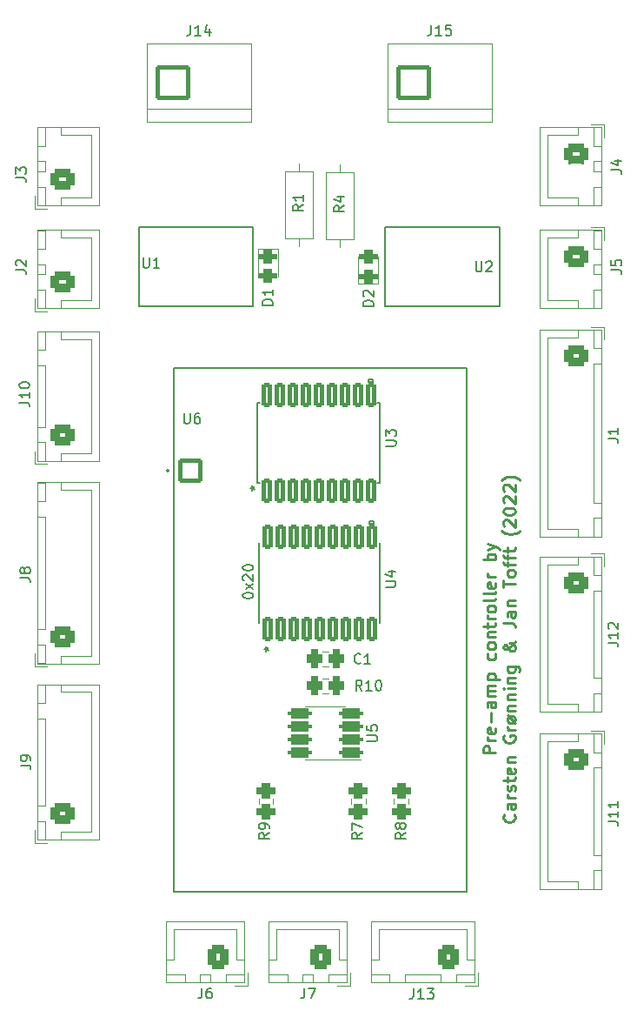
<source format=gto>
G04 #@! TF.GenerationSoftware,KiCad,Pcbnew,(6.0.4-0)*
G04 #@! TF.CreationDate,2022-08-24T21:25:05+02:00*
G04 #@! TF.ProjectId,Mezmerize_B1_Controller,4d657a6d-6572-4697-9a65-5f42315f436f,rev?*
G04 #@! TF.SameCoordinates,Original*
G04 #@! TF.FileFunction,Legend,Top*
G04 #@! TF.FilePolarity,Positive*
%FSLAX46Y46*%
G04 Gerber Fmt 4.6, Leading zero omitted, Abs format (unit mm)*
G04 Created by KiCad (PCBNEW (6.0.4-0)) date 2022-08-24 21:25:05*
%MOMM*%
%LPD*%
G01*
G04 APERTURE LIST*
G04 Aperture macros list*
%AMRoundRect*
0 Rectangle with rounded corners*
0 $1 Rounding radius*
0 $2 $3 $4 $5 $6 $7 $8 $9 X,Y pos of 4 corners*
0 Add a 4 corners polygon primitive as box body*
4,1,4,$2,$3,$4,$5,$6,$7,$8,$9,$2,$3,0*
0 Add four circle primitives for the rounded corners*
1,1,$1+$1,$2,$3*
1,1,$1+$1,$4,$5*
1,1,$1+$1,$6,$7*
1,1,$1+$1,$8,$9*
0 Add four rect primitives between the rounded corners*
20,1,$1+$1,$2,$3,$4,$5,0*
20,1,$1+$1,$4,$5,$6,$7,0*
20,1,$1+$1,$6,$7,$8,$9,0*
20,1,$1+$1,$8,$9,$2,$3,0*%
G04 Aperture macros list end*
%ADD10C,0.150000*%
%ADD11C,0.250000*%
%ADD12C,0.120000*%
%ADD13C,0.152400*%
%ADD14C,0.127000*%
%ADD15C,0.200000*%
%ADD16RoundRect,0.450000X0.325000X0.450000X-0.325000X0.450000X-0.325000X-0.450000X0.325000X-0.450000X0*%
%ADD17RoundRect,0.450000X-0.325000X-0.450000X0.325000X-0.450000X0.325000X0.450000X-0.325000X0.450000X0*%
%ADD18RoundRect,0.450000X-0.450000X0.325000X-0.450000X-0.325000X0.450000X-0.325000X0.450000X0.325000X0*%
%ADD19RoundRect,0.450000X0.450000X-0.325000X0.450000X0.325000X-0.450000X0.325000X-0.450000X-0.325000X0*%
%ADD20RoundRect,0.200000X0.279400X-0.990600X0.279400X0.990600X-0.279400X0.990600X-0.279400X-0.990600X0*%
%ADD21RoundRect,0.350000X0.825000X0.150000X-0.825000X0.150000X-0.825000X-0.150000X0.825000X-0.150000X0*%
%ADD22C,1.797000*%
%ADD23C,2.000000*%
%ADD24O,2.000000X2.000000*%
%ADD25RoundRect,0.443750X-0.456250X0.243750X-0.456250X-0.243750X0.456250X-0.243750X0.456250X0.243750X0*%
%ADD26RoundRect,0.443750X0.456250X-0.243750X0.456250X0.243750X-0.456250X0.243750X-0.456250X-0.243750X0*%
%ADD27RoundRect,0.450000X-0.725000X0.600000X-0.725000X-0.600000X0.725000X-0.600000X0.725000X0.600000X0*%
%ADD28O,2.350000X2.100000*%
%ADD29RoundRect,0.450000X0.750000X-0.600000X0.750000X0.600000X-0.750000X0.600000X-0.750000X-0.600000X0*%
%ADD30O,2.400000X2.100000*%
%ADD31RoundRect,0.450000X-0.750000X0.600000X-0.750000X-0.600000X0.750000X-0.600000X0.750000X0.600000X0*%
%ADD32RoundRect,0.450000X0.600000X0.750000X-0.600000X0.750000X-0.600000X-0.750000X0.600000X-0.750000X0*%
%ADD33O,2.100000X2.400000*%
%ADD34RoundRect,0.450000X0.725000X-0.600000X0.725000X0.600000X-0.725000X0.600000X-0.725000X-0.600000X0*%
%ADD35RoundRect,0.450000X0.600000X0.725000X-0.600000X0.725000X-0.600000X-0.725000X0.600000X-0.725000X0*%
%ADD36O,2.100000X2.350000*%
%ADD37C,3.600000*%
%ADD38C,3.400000*%
%ADD39RoundRect,0.200000X-1.000000X-1.000000X1.000000X-1.000000X1.000000X1.000000X-1.000000X1.000000X0*%
%ADD40C,2.400000*%
%ADD41RoundRect,0.200000X-1.500000X-1.500000X1.500000X-1.500000X1.500000X1.500000X-1.500000X1.500000X0*%
G04 APERTURE END LIST*
D10*
X142552380Y-106064761D02*
X142552380Y-105969523D01*
X142600000Y-105874285D01*
X142647619Y-105826666D01*
X142742857Y-105779047D01*
X142933333Y-105731428D01*
X143171428Y-105731428D01*
X143361904Y-105779047D01*
X143457142Y-105826666D01*
X143504761Y-105874285D01*
X143552380Y-105969523D01*
X143552380Y-106064761D01*
X143504761Y-106160000D01*
X143457142Y-106207619D01*
X143361904Y-106255238D01*
X143171428Y-106302857D01*
X142933333Y-106302857D01*
X142742857Y-106255238D01*
X142647619Y-106207619D01*
X142600000Y-106160000D01*
X142552380Y-106064761D01*
X143552380Y-105398095D02*
X142885714Y-104874285D01*
X142885714Y-105398095D02*
X143552380Y-104874285D01*
X142647619Y-104540952D02*
X142600000Y-104493333D01*
X142552380Y-104398095D01*
X142552380Y-104160000D01*
X142600000Y-104064761D01*
X142647619Y-104017142D01*
X142742857Y-103969523D01*
X142838095Y-103969523D01*
X142980952Y-104017142D01*
X143552380Y-104588571D01*
X143552380Y-103969523D01*
X142552380Y-103350476D02*
X142552380Y-103255238D01*
X142600000Y-103160000D01*
X142647619Y-103112380D01*
X142742857Y-103064761D01*
X142933333Y-103017142D01*
X143171428Y-103017142D01*
X143361904Y-103064761D01*
X143457142Y-103112380D01*
X143504761Y-103160000D01*
X143552380Y-103255238D01*
X143552380Y-103350476D01*
X143504761Y-103445714D01*
X143457142Y-103493333D01*
X143361904Y-103540952D01*
X143171428Y-103588571D01*
X142933333Y-103588571D01*
X142742857Y-103540952D01*
X142647619Y-103493333D01*
X142600000Y-103445714D01*
X142552380Y-103350476D01*
D11*
X167176857Y-121314285D02*
X165976857Y-121314285D01*
X165976857Y-120857142D01*
X166034000Y-120742857D01*
X166091142Y-120685714D01*
X166205428Y-120628571D01*
X166376857Y-120628571D01*
X166491142Y-120685714D01*
X166548285Y-120742857D01*
X166605428Y-120857142D01*
X166605428Y-121314285D01*
X167176857Y-120114285D02*
X166376857Y-120114285D01*
X166605428Y-120114285D02*
X166491142Y-120057142D01*
X166434000Y-120000000D01*
X166376857Y-119885714D01*
X166376857Y-119771428D01*
X167119714Y-118914285D02*
X167176857Y-119028571D01*
X167176857Y-119257142D01*
X167119714Y-119371428D01*
X167005428Y-119428571D01*
X166548285Y-119428571D01*
X166434000Y-119371428D01*
X166376857Y-119257142D01*
X166376857Y-119028571D01*
X166434000Y-118914285D01*
X166548285Y-118857142D01*
X166662571Y-118857142D01*
X166776857Y-119428571D01*
X166719714Y-118342857D02*
X166719714Y-117428571D01*
X167176857Y-116342857D02*
X166548285Y-116342857D01*
X166434000Y-116400000D01*
X166376857Y-116514285D01*
X166376857Y-116742857D01*
X166434000Y-116857142D01*
X167119714Y-116342857D02*
X167176857Y-116457142D01*
X167176857Y-116742857D01*
X167119714Y-116857142D01*
X167005428Y-116914285D01*
X166891142Y-116914285D01*
X166776857Y-116857142D01*
X166719714Y-116742857D01*
X166719714Y-116457142D01*
X166662571Y-116342857D01*
X167176857Y-115771428D02*
X166376857Y-115771428D01*
X166491142Y-115771428D02*
X166434000Y-115714285D01*
X166376857Y-115600000D01*
X166376857Y-115428571D01*
X166434000Y-115314285D01*
X166548285Y-115257142D01*
X167176857Y-115257142D01*
X166548285Y-115257142D02*
X166434000Y-115200000D01*
X166376857Y-115085714D01*
X166376857Y-114914285D01*
X166434000Y-114800000D01*
X166548285Y-114742857D01*
X167176857Y-114742857D01*
X166376857Y-114171428D02*
X167576857Y-114171428D01*
X166434000Y-114171428D02*
X166376857Y-114057142D01*
X166376857Y-113828571D01*
X166434000Y-113714285D01*
X166491142Y-113657142D01*
X166605428Y-113600000D01*
X166948285Y-113600000D01*
X167062571Y-113657142D01*
X167119714Y-113714285D01*
X167176857Y-113828571D01*
X167176857Y-114057142D01*
X167119714Y-114171428D01*
X167119714Y-111657142D02*
X167176857Y-111771428D01*
X167176857Y-112000000D01*
X167119714Y-112114285D01*
X167062571Y-112171428D01*
X166948285Y-112228571D01*
X166605428Y-112228571D01*
X166491142Y-112171428D01*
X166434000Y-112114285D01*
X166376857Y-112000000D01*
X166376857Y-111771428D01*
X166434000Y-111657142D01*
X167176857Y-110971428D02*
X167119714Y-111085714D01*
X167062571Y-111142857D01*
X166948285Y-111200000D01*
X166605428Y-111200000D01*
X166491142Y-111142857D01*
X166434000Y-111085714D01*
X166376857Y-110971428D01*
X166376857Y-110800000D01*
X166434000Y-110685714D01*
X166491142Y-110628571D01*
X166605428Y-110571428D01*
X166948285Y-110571428D01*
X167062571Y-110628571D01*
X167119714Y-110685714D01*
X167176857Y-110800000D01*
X167176857Y-110971428D01*
X166376857Y-110057142D02*
X167176857Y-110057142D01*
X166491142Y-110057142D02*
X166434000Y-110000000D01*
X166376857Y-109885714D01*
X166376857Y-109714285D01*
X166434000Y-109600000D01*
X166548285Y-109542857D01*
X167176857Y-109542857D01*
X166376857Y-109142857D02*
X166376857Y-108685714D01*
X165976857Y-108971428D02*
X167005428Y-108971428D01*
X167119714Y-108914285D01*
X167176857Y-108800000D01*
X167176857Y-108685714D01*
X167176857Y-108285714D02*
X166376857Y-108285714D01*
X166605428Y-108285714D02*
X166491142Y-108228571D01*
X166434000Y-108171428D01*
X166376857Y-108057142D01*
X166376857Y-107942857D01*
X167176857Y-107371428D02*
X167119714Y-107485714D01*
X167062571Y-107542857D01*
X166948285Y-107600000D01*
X166605428Y-107600000D01*
X166491142Y-107542857D01*
X166434000Y-107485714D01*
X166376857Y-107371428D01*
X166376857Y-107200000D01*
X166434000Y-107085714D01*
X166491142Y-107028571D01*
X166605428Y-106971428D01*
X166948285Y-106971428D01*
X167062571Y-107028571D01*
X167119714Y-107085714D01*
X167176857Y-107200000D01*
X167176857Y-107371428D01*
X167176857Y-106285714D02*
X167119714Y-106400000D01*
X167005428Y-106457142D01*
X165976857Y-106457142D01*
X167176857Y-105657142D02*
X167119714Y-105771428D01*
X167005428Y-105828571D01*
X165976857Y-105828571D01*
X167119714Y-104742857D02*
X167176857Y-104857142D01*
X167176857Y-105085714D01*
X167119714Y-105200000D01*
X167005428Y-105257142D01*
X166548285Y-105257142D01*
X166434000Y-105200000D01*
X166376857Y-105085714D01*
X166376857Y-104857142D01*
X166434000Y-104742857D01*
X166548285Y-104685714D01*
X166662571Y-104685714D01*
X166776857Y-105257142D01*
X167176857Y-104171428D02*
X166376857Y-104171428D01*
X166605428Y-104171428D02*
X166491142Y-104114285D01*
X166434000Y-104057142D01*
X166376857Y-103942857D01*
X166376857Y-103828571D01*
X167176857Y-102514285D02*
X165976857Y-102514285D01*
X166434000Y-102514285D02*
X166376857Y-102400000D01*
X166376857Y-102171428D01*
X166434000Y-102057142D01*
X166491142Y-102000000D01*
X166605428Y-101942857D01*
X166948285Y-101942857D01*
X167062571Y-102000000D01*
X167119714Y-102057142D01*
X167176857Y-102171428D01*
X167176857Y-102400000D01*
X167119714Y-102514285D01*
X166376857Y-101542857D02*
X167176857Y-101257142D01*
X166376857Y-100971428D02*
X167176857Y-101257142D01*
X167462571Y-101371428D01*
X167519714Y-101428571D01*
X167576857Y-101542857D01*
X168994571Y-127285714D02*
X169051714Y-127342857D01*
X169108857Y-127514285D01*
X169108857Y-127628571D01*
X169051714Y-127800000D01*
X168937428Y-127914285D01*
X168823142Y-127971428D01*
X168594571Y-128028571D01*
X168423142Y-128028571D01*
X168194571Y-127971428D01*
X168080285Y-127914285D01*
X167966000Y-127800000D01*
X167908857Y-127628571D01*
X167908857Y-127514285D01*
X167966000Y-127342857D01*
X168023142Y-127285714D01*
X169108857Y-126257142D02*
X168480285Y-126257142D01*
X168366000Y-126314285D01*
X168308857Y-126428571D01*
X168308857Y-126657142D01*
X168366000Y-126771428D01*
X169051714Y-126257142D02*
X169108857Y-126371428D01*
X169108857Y-126657142D01*
X169051714Y-126771428D01*
X168937428Y-126828571D01*
X168823142Y-126828571D01*
X168708857Y-126771428D01*
X168651714Y-126657142D01*
X168651714Y-126371428D01*
X168594571Y-126257142D01*
X169108857Y-125685714D02*
X168308857Y-125685714D01*
X168537428Y-125685714D02*
X168423142Y-125628571D01*
X168366000Y-125571428D01*
X168308857Y-125457142D01*
X168308857Y-125342857D01*
X169051714Y-125000000D02*
X169108857Y-124885714D01*
X169108857Y-124657142D01*
X169051714Y-124542857D01*
X168937428Y-124485714D01*
X168880285Y-124485714D01*
X168766000Y-124542857D01*
X168708857Y-124657142D01*
X168708857Y-124828571D01*
X168651714Y-124942857D01*
X168537428Y-125000000D01*
X168480285Y-125000000D01*
X168366000Y-124942857D01*
X168308857Y-124828571D01*
X168308857Y-124657142D01*
X168366000Y-124542857D01*
X168308857Y-124142857D02*
X168308857Y-123685714D01*
X167908857Y-123971428D02*
X168937428Y-123971428D01*
X169051714Y-123914285D01*
X169108857Y-123800000D01*
X169108857Y-123685714D01*
X169051714Y-122828571D02*
X169108857Y-122942857D01*
X169108857Y-123171428D01*
X169051714Y-123285714D01*
X168937428Y-123342857D01*
X168480285Y-123342857D01*
X168366000Y-123285714D01*
X168308857Y-123171428D01*
X168308857Y-122942857D01*
X168366000Y-122828571D01*
X168480285Y-122771428D01*
X168594571Y-122771428D01*
X168708857Y-123342857D01*
X168308857Y-122257142D02*
X169108857Y-122257142D01*
X168423142Y-122257142D02*
X168366000Y-122200000D01*
X168308857Y-122085714D01*
X168308857Y-121914285D01*
X168366000Y-121800000D01*
X168480285Y-121742857D01*
X169108857Y-121742857D01*
X167966000Y-119628571D02*
X167908857Y-119742857D01*
X167908857Y-119914285D01*
X167966000Y-120085714D01*
X168080285Y-120200000D01*
X168194571Y-120257142D01*
X168423142Y-120314285D01*
X168594571Y-120314285D01*
X168823142Y-120257142D01*
X168937428Y-120200000D01*
X169051714Y-120085714D01*
X169108857Y-119914285D01*
X169108857Y-119800000D01*
X169051714Y-119628571D01*
X168994571Y-119571428D01*
X168594571Y-119571428D01*
X168594571Y-119800000D01*
X169108857Y-119057142D02*
X168308857Y-119057142D01*
X168537428Y-119057142D02*
X168423142Y-119000000D01*
X168366000Y-118942857D01*
X168308857Y-118828571D01*
X168308857Y-118714285D01*
X168308857Y-117685714D02*
X169108857Y-118428571D01*
X169108857Y-118142857D02*
X169051714Y-118257142D01*
X168994571Y-118314285D01*
X168880285Y-118371428D01*
X168537428Y-118371428D01*
X168423142Y-118314285D01*
X168366000Y-118257142D01*
X168308857Y-118142857D01*
X168308857Y-117971428D01*
X168366000Y-117857142D01*
X168423142Y-117800000D01*
X168537428Y-117742857D01*
X168880285Y-117742857D01*
X168994571Y-117800000D01*
X169051714Y-117857142D01*
X169108857Y-117971428D01*
X169108857Y-118142857D01*
X168308857Y-117228571D02*
X169108857Y-117228571D01*
X168423142Y-117228571D02*
X168366000Y-117171428D01*
X168308857Y-117057142D01*
X168308857Y-116885714D01*
X168366000Y-116771428D01*
X168480285Y-116714285D01*
X169108857Y-116714285D01*
X168308857Y-116142857D02*
X169108857Y-116142857D01*
X168423142Y-116142857D02*
X168366000Y-116085714D01*
X168308857Y-115971428D01*
X168308857Y-115800000D01*
X168366000Y-115685714D01*
X168480285Y-115628571D01*
X169108857Y-115628571D01*
X169108857Y-115057142D02*
X168308857Y-115057142D01*
X167908857Y-115057142D02*
X167966000Y-115114285D01*
X168023142Y-115057142D01*
X167966000Y-115000000D01*
X167908857Y-115057142D01*
X168023142Y-115057142D01*
X168308857Y-114485714D02*
X169108857Y-114485714D01*
X168423142Y-114485714D02*
X168366000Y-114428571D01*
X168308857Y-114314285D01*
X168308857Y-114142857D01*
X168366000Y-114028571D01*
X168480285Y-113971428D01*
X169108857Y-113971428D01*
X168308857Y-112885714D02*
X169280285Y-112885714D01*
X169394571Y-112942857D01*
X169451714Y-113000000D01*
X169508857Y-113114285D01*
X169508857Y-113285714D01*
X169451714Y-113400000D01*
X169051714Y-112885714D02*
X169108857Y-113000000D01*
X169108857Y-113228571D01*
X169051714Y-113342857D01*
X168994571Y-113400000D01*
X168880285Y-113457142D01*
X168537428Y-113457142D01*
X168423142Y-113400000D01*
X168366000Y-113342857D01*
X168308857Y-113228571D01*
X168308857Y-113000000D01*
X168366000Y-112885714D01*
X169108857Y-110428571D02*
X169108857Y-110485714D01*
X169051714Y-110600000D01*
X168880285Y-110771428D01*
X168537428Y-111057142D01*
X168366000Y-111171428D01*
X168194571Y-111228571D01*
X168080285Y-111228571D01*
X167966000Y-111171428D01*
X167908857Y-111057142D01*
X167908857Y-111000000D01*
X167966000Y-110885714D01*
X168080285Y-110828571D01*
X168137428Y-110828571D01*
X168251714Y-110885714D01*
X168308857Y-110942857D01*
X168537428Y-111285714D01*
X168594571Y-111342857D01*
X168708857Y-111400000D01*
X168880285Y-111400000D01*
X168994571Y-111342857D01*
X169051714Y-111285714D01*
X169108857Y-111171428D01*
X169108857Y-111000000D01*
X169051714Y-110885714D01*
X168994571Y-110828571D01*
X168766000Y-110657142D01*
X168594571Y-110600000D01*
X168480285Y-110600000D01*
X167908857Y-108657142D02*
X168766000Y-108657142D01*
X168937428Y-108714285D01*
X169051714Y-108828571D01*
X169108857Y-109000000D01*
X169108857Y-109114285D01*
X169108857Y-107571428D02*
X168480285Y-107571428D01*
X168366000Y-107628571D01*
X168308857Y-107742857D01*
X168308857Y-107971428D01*
X168366000Y-108085714D01*
X169051714Y-107571428D02*
X169108857Y-107685714D01*
X169108857Y-107971428D01*
X169051714Y-108085714D01*
X168937428Y-108142857D01*
X168823142Y-108142857D01*
X168708857Y-108085714D01*
X168651714Y-107971428D01*
X168651714Y-107685714D01*
X168594571Y-107571428D01*
X168308857Y-107000000D02*
X169108857Y-107000000D01*
X168423142Y-107000000D02*
X168366000Y-106942857D01*
X168308857Y-106828571D01*
X168308857Y-106657142D01*
X168366000Y-106542857D01*
X168480285Y-106485714D01*
X169108857Y-106485714D01*
X167908857Y-105171428D02*
X167908857Y-104485714D01*
X169108857Y-104828571D02*
X167908857Y-104828571D01*
X169108857Y-103914285D02*
X169051714Y-104028571D01*
X168994571Y-104085714D01*
X168880285Y-104142857D01*
X168537428Y-104142857D01*
X168423142Y-104085714D01*
X168366000Y-104028571D01*
X168308857Y-103914285D01*
X168308857Y-103742857D01*
X168366000Y-103628571D01*
X168423142Y-103571428D01*
X168537428Y-103514285D01*
X168880285Y-103514285D01*
X168994571Y-103571428D01*
X169051714Y-103628571D01*
X169108857Y-103742857D01*
X169108857Y-103914285D01*
X168308857Y-103171428D02*
X168308857Y-102714285D01*
X169108857Y-103000000D02*
X168080285Y-103000000D01*
X167966000Y-102942857D01*
X167908857Y-102828571D01*
X167908857Y-102714285D01*
X168308857Y-102485714D02*
X168308857Y-102028571D01*
X169108857Y-102314285D02*
X168080285Y-102314285D01*
X167966000Y-102257142D01*
X167908857Y-102142857D01*
X167908857Y-102028571D01*
X168308857Y-101800000D02*
X168308857Y-101342857D01*
X167908857Y-101628571D02*
X168937428Y-101628571D01*
X169051714Y-101571428D01*
X169108857Y-101457142D01*
X169108857Y-101342857D01*
X169566000Y-99685714D02*
X169508857Y-99742857D01*
X169337428Y-99857142D01*
X169223142Y-99914285D01*
X169051714Y-99971428D01*
X168766000Y-100028571D01*
X168537428Y-100028571D01*
X168251714Y-99971428D01*
X168080285Y-99914285D01*
X167966000Y-99857142D01*
X167794571Y-99742857D01*
X167737428Y-99685714D01*
X168023142Y-99285714D02*
X167966000Y-99228571D01*
X167908857Y-99114285D01*
X167908857Y-98828571D01*
X167966000Y-98714285D01*
X168023142Y-98657142D01*
X168137428Y-98600000D01*
X168251714Y-98600000D01*
X168423142Y-98657142D01*
X169108857Y-99342857D01*
X169108857Y-98600000D01*
X167908857Y-97857142D02*
X167908857Y-97742857D01*
X167966000Y-97628571D01*
X168023142Y-97571428D01*
X168137428Y-97514285D01*
X168366000Y-97457142D01*
X168651714Y-97457142D01*
X168880285Y-97514285D01*
X168994571Y-97571428D01*
X169051714Y-97628571D01*
X169108857Y-97742857D01*
X169108857Y-97857142D01*
X169051714Y-97971428D01*
X168994571Y-98028571D01*
X168880285Y-98085714D01*
X168651714Y-98142857D01*
X168366000Y-98142857D01*
X168137428Y-98085714D01*
X168023142Y-98028571D01*
X167966000Y-97971428D01*
X167908857Y-97857142D01*
X168023142Y-97000000D02*
X167966000Y-96942857D01*
X167908857Y-96828571D01*
X167908857Y-96542857D01*
X167966000Y-96428571D01*
X168023142Y-96371428D01*
X168137428Y-96314285D01*
X168251714Y-96314285D01*
X168423142Y-96371428D01*
X169108857Y-97057142D01*
X169108857Y-96314285D01*
X168023142Y-95857142D02*
X167966000Y-95800000D01*
X167908857Y-95685714D01*
X167908857Y-95400000D01*
X167966000Y-95285714D01*
X168023142Y-95228571D01*
X168137428Y-95171428D01*
X168251714Y-95171428D01*
X168423142Y-95228571D01*
X169108857Y-95914285D01*
X169108857Y-95171428D01*
X169566000Y-94771428D02*
X169508857Y-94714285D01*
X169337428Y-94600000D01*
X169223142Y-94542857D01*
X169051714Y-94485714D01*
X168766000Y-94428571D01*
X168537428Y-94428571D01*
X168251714Y-94485714D01*
X168080285Y-94542857D01*
X167966000Y-94600000D01*
X167794571Y-94714285D01*
X167737428Y-94771428D01*
D10*
X154033333Y-112557142D02*
X153985714Y-112604761D01*
X153842857Y-112652380D01*
X153747619Y-112652380D01*
X153604761Y-112604761D01*
X153509523Y-112509523D01*
X153461904Y-112414285D01*
X153414285Y-112223809D01*
X153414285Y-112080952D01*
X153461904Y-111890476D01*
X153509523Y-111795238D01*
X153604761Y-111700000D01*
X153747619Y-111652380D01*
X153842857Y-111652380D01*
X153985714Y-111700000D01*
X154033333Y-111747619D01*
X154985714Y-112652380D02*
X154414285Y-112652380D01*
X154700000Y-112652380D02*
X154700000Y-111652380D01*
X154604761Y-111795238D01*
X154509523Y-111890476D01*
X154414285Y-111938095D01*
X154157142Y-115252380D02*
X153823809Y-114776190D01*
X153585714Y-115252380D02*
X153585714Y-114252380D01*
X153966666Y-114252380D01*
X154061904Y-114300000D01*
X154109523Y-114347619D01*
X154157142Y-114442857D01*
X154157142Y-114585714D01*
X154109523Y-114680952D01*
X154061904Y-114728571D01*
X153966666Y-114776190D01*
X153585714Y-114776190D01*
X155109523Y-115252380D02*
X154538095Y-115252380D01*
X154823809Y-115252380D02*
X154823809Y-114252380D01*
X154728571Y-114395238D01*
X154633333Y-114490476D01*
X154538095Y-114538095D01*
X155728571Y-114252380D02*
X155823809Y-114252380D01*
X155919047Y-114300000D01*
X155966666Y-114347619D01*
X156014285Y-114442857D01*
X156061904Y-114633333D01*
X156061904Y-114871428D01*
X156014285Y-115061904D01*
X155966666Y-115157142D01*
X155919047Y-115204761D01*
X155823809Y-115252380D01*
X155728571Y-115252380D01*
X155633333Y-115204761D01*
X155585714Y-115157142D01*
X155538095Y-115061904D01*
X155490476Y-114871428D01*
X155490476Y-114633333D01*
X155538095Y-114442857D01*
X155585714Y-114347619D01*
X155633333Y-114300000D01*
X155728571Y-114252380D01*
X145112380Y-129116666D02*
X144636190Y-129450000D01*
X145112380Y-129688095D02*
X144112380Y-129688095D01*
X144112380Y-129307142D01*
X144160000Y-129211904D01*
X144207619Y-129164285D01*
X144302857Y-129116666D01*
X144445714Y-129116666D01*
X144540952Y-129164285D01*
X144588571Y-129211904D01*
X144636190Y-129307142D01*
X144636190Y-129688095D01*
X145112380Y-128640476D02*
X145112380Y-128450000D01*
X145064761Y-128354761D01*
X145017142Y-128307142D01*
X144874285Y-128211904D01*
X144683809Y-128164285D01*
X144302857Y-128164285D01*
X144207619Y-128211904D01*
X144160000Y-128259523D01*
X144112380Y-128354761D01*
X144112380Y-128545238D01*
X144160000Y-128640476D01*
X144207619Y-128688095D01*
X144302857Y-128735714D01*
X144540952Y-128735714D01*
X144636190Y-128688095D01*
X144683809Y-128640476D01*
X144731428Y-128545238D01*
X144731428Y-128354761D01*
X144683809Y-128259523D01*
X144636190Y-128211904D01*
X144540952Y-128164285D01*
X154172380Y-129116666D02*
X153696190Y-129450000D01*
X154172380Y-129688095D02*
X153172380Y-129688095D01*
X153172380Y-129307142D01*
X153220000Y-129211904D01*
X153267619Y-129164285D01*
X153362857Y-129116666D01*
X153505714Y-129116666D01*
X153600952Y-129164285D01*
X153648571Y-129211904D01*
X153696190Y-129307142D01*
X153696190Y-129688095D01*
X153172380Y-128783333D02*
X153172380Y-128116666D01*
X154172380Y-128545238D01*
X158422380Y-129076666D02*
X157946190Y-129410000D01*
X158422380Y-129648095D02*
X157422380Y-129648095D01*
X157422380Y-129267142D01*
X157470000Y-129171904D01*
X157517619Y-129124285D01*
X157612857Y-129076666D01*
X157755714Y-129076666D01*
X157850952Y-129124285D01*
X157898571Y-129171904D01*
X157946190Y-129267142D01*
X157946190Y-129648095D01*
X157850952Y-128505238D02*
X157803333Y-128600476D01*
X157755714Y-128648095D01*
X157660476Y-128695714D01*
X157612857Y-128695714D01*
X157517619Y-128648095D01*
X157470000Y-128600476D01*
X157422380Y-128505238D01*
X157422380Y-128314761D01*
X157470000Y-128219523D01*
X157517619Y-128171904D01*
X157612857Y-128124285D01*
X157660476Y-128124285D01*
X157755714Y-128171904D01*
X157803333Y-128219523D01*
X157850952Y-128314761D01*
X157850952Y-128505238D01*
X157898571Y-128600476D01*
X157946190Y-128648095D01*
X158041428Y-128695714D01*
X158231904Y-128695714D01*
X158327142Y-128648095D01*
X158374761Y-128600476D01*
X158422380Y-128505238D01*
X158422380Y-128314761D01*
X158374761Y-128219523D01*
X158327142Y-128171904D01*
X158231904Y-128124285D01*
X158041428Y-128124285D01*
X157946190Y-128171904D01*
X157898571Y-128219523D01*
X157850952Y-128314761D01*
X156472380Y-91461904D02*
X157281904Y-91461904D01*
X157377142Y-91414285D01*
X157424761Y-91366666D01*
X157472380Y-91271428D01*
X157472380Y-91080952D01*
X157424761Y-90985714D01*
X157377142Y-90938095D01*
X157281904Y-90890476D01*
X156472380Y-90890476D01*
X156472380Y-90509523D02*
X156472380Y-89890476D01*
X156853333Y-90223809D01*
X156853333Y-90080952D01*
X156900952Y-89985714D01*
X156948571Y-89938095D01*
X157043809Y-89890476D01*
X157281904Y-89890476D01*
X157377142Y-89938095D01*
X157424761Y-89985714D01*
X157472380Y-90080952D01*
X157472380Y-90366666D01*
X157424761Y-90461904D01*
X157377142Y-90509523D01*
X143282380Y-95540000D02*
X143520476Y-95540000D01*
X143425238Y-95778095D02*
X143520476Y-95540000D01*
X143425238Y-95301904D01*
X143710952Y-95682857D02*
X143520476Y-95540000D01*
X143710952Y-95397142D01*
X154652380Y-120161904D02*
X155461904Y-120161904D01*
X155557142Y-120114285D01*
X155604761Y-120066666D01*
X155652380Y-119971428D01*
X155652380Y-119780952D01*
X155604761Y-119685714D01*
X155557142Y-119638095D01*
X155461904Y-119590476D01*
X154652380Y-119590476D01*
X154652380Y-118638095D02*
X154652380Y-119114285D01*
X155128571Y-119161904D01*
X155080952Y-119114285D01*
X155033333Y-119019047D01*
X155033333Y-118780952D01*
X155080952Y-118685714D01*
X155128571Y-118638095D01*
X155223809Y-118590476D01*
X155461904Y-118590476D01*
X155557142Y-118638095D01*
X155604761Y-118685714D01*
X155652380Y-118780952D01*
X155652380Y-119019047D01*
X155604761Y-119114285D01*
X155557142Y-119161904D01*
X132848395Y-73102380D02*
X132848395Y-73911904D01*
X132896014Y-74007142D01*
X132943633Y-74054761D01*
X133038871Y-74102380D01*
X133229347Y-74102380D01*
X133324585Y-74054761D01*
X133372204Y-74007142D01*
X133419823Y-73911904D01*
X133419823Y-73102380D01*
X134419823Y-74102380D02*
X133848395Y-74102380D01*
X134134109Y-74102380D02*
X134134109Y-73102380D01*
X134038871Y-73245238D01*
X133943633Y-73340476D01*
X133848395Y-73388095D01*
X165257795Y-73482380D02*
X165257795Y-74291904D01*
X165305414Y-74387142D01*
X165353033Y-74434761D01*
X165448271Y-74482380D01*
X165638747Y-74482380D01*
X165733985Y-74434761D01*
X165781604Y-74387142D01*
X165829223Y-74291904D01*
X165829223Y-73482380D01*
X166257795Y-73577619D02*
X166305414Y-73530000D01*
X166400652Y-73482380D01*
X166638747Y-73482380D01*
X166733985Y-73530000D01*
X166781604Y-73577619D01*
X166829223Y-73672857D01*
X166829223Y-73768095D01*
X166781604Y-73910952D01*
X166210176Y-74482380D01*
X166829223Y-74482380D01*
X148452380Y-67966666D02*
X147976190Y-68300000D01*
X148452380Y-68538095D02*
X147452380Y-68538095D01*
X147452380Y-68157142D01*
X147500000Y-68061904D01*
X147547619Y-68014285D01*
X147642857Y-67966666D01*
X147785714Y-67966666D01*
X147880952Y-68014285D01*
X147928571Y-68061904D01*
X147976190Y-68157142D01*
X147976190Y-68538095D01*
X148452380Y-67014285D02*
X148452380Y-67585714D01*
X148452380Y-67300000D02*
X147452380Y-67300000D01*
X147595238Y-67395238D01*
X147690476Y-67490476D01*
X147738095Y-67585714D01*
X152432380Y-68066666D02*
X151956190Y-68400000D01*
X152432380Y-68638095D02*
X151432380Y-68638095D01*
X151432380Y-68257142D01*
X151480000Y-68161904D01*
X151527619Y-68114285D01*
X151622857Y-68066666D01*
X151765714Y-68066666D01*
X151860952Y-68114285D01*
X151908571Y-68161904D01*
X151956190Y-68257142D01*
X151956190Y-68638095D01*
X151765714Y-67209523D02*
X152432380Y-67209523D01*
X151384761Y-67447619D02*
X152099047Y-67685714D01*
X152099047Y-67066666D01*
X156452380Y-105161904D02*
X157261904Y-105161904D01*
X157357142Y-105114285D01*
X157404761Y-105066666D01*
X157452380Y-104971428D01*
X157452380Y-104780952D01*
X157404761Y-104685714D01*
X157357142Y-104638095D01*
X157261904Y-104590476D01*
X156452380Y-104590476D01*
X156785714Y-103685714D02*
X157452380Y-103685714D01*
X156404761Y-103923809D02*
X157119047Y-104161904D01*
X157119047Y-103542857D01*
X144652380Y-111200000D02*
X144890476Y-111200000D01*
X144795238Y-111438095D02*
X144890476Y-111200000D01*
X144795238Y-110961904D01*
X145080952Y-111342857D02*
X144890476Y-111200000D01*
X145080952Y-111057142D01*
X145452380Y-77738095D02*
X144452380Y-77738095D01*
X144452380Y-77500000D01*
X144500000Y-77357142D01*
X144595238Y-77261904D01*
X144690476Y-77214285D01*
X144880952Y-77166666D01*
X145023809Y-77166666D01*
X145214285Y-77214285D01*
X145309523Y-77261904D01*
X145404761Y-77357142D01*
X145452380Y-77500000D01*
X145452380Y-77738095D01*
X145452380Y-76214285D02*
X145452380Y-76785714D01*
X145452380Y-76500000D02*
X144452380Y-76500000D01*
X144595238Y-76595238D01*
X144690476Y-76690476D01*
X144738095Y-76785714D01*
X155282380Y-77835595D02*
X154282380Y-77835595D01*
X154282380Y-77597500D01*
X154330000Y-77454642D01*
X154425238Y-77359404D01*
X154520476Y-77311785D01*
X154710952Y-77264166D01*
X154853809Y-77264166D01*
X155044285Y-77311785D01*
X155139523Y-77359404D01*
X155234761Y-77454642D01*
X155282380Y-77597500D01*
X155282380Y-77835595D01*
X154377619Y-76883214D02*
X154330000Y-76835595D01*
X154282380Y-76740357D01*
X154282380Y-76502261D01*
X154330000Y-76407023D01*
X154377619Y-76359404D01*
X154472857Y-76311785D01*
X154568095Y-76311785D01*
X154710952Y-76359404D01*
X155282380Y-76930833D01*
X155282380Y-76311785D01*
X178127380Y-90733333D02*
X178841666Y-90733333D01*
X178984523Y-90780952D01*
X179079761Y-90876190D01*
X179127380Y-91019047D01*
X179127380Y-91114285D01*
X179127380Y-89733333D02*
X179127380Y-90304761D01*
X179127380Y-90019047D02*
X178127380Y-90019047D01*
X178270238Y-90114285D01*
X178365476Y-90209523D01*
X178413095Y-90304761D01*
X120452380Y-74333333D02*
X121166666Y-74333333D01*
X121309523Y-74380952D01*
X121404761Y-74476190D01*
X121452380Y-74619047D01*
X121452380Y-74714285D01*
X120547619Y-73904761D02*
X120500000Y-73857142D01*
X120452380Y-73761904D01*
X120452380Y-73523809D01*
X120500000Y-73428571D01*
X120547619Y-73380952D01*
X120642857Y-73333333D01*
X120738095Y-73333333D01*
X120880952Y-73380952D01*
X121452380Y-73952380D01*
X121452380Y-73333333D01*
X120452380Y-65333333D02*
X121166666Y-65333333D01*
X121309523Y-65380952D01*
X121404761Y-65476190D01*
X121452380Y-65619047D01*
X121452380Y-65714285D01*
X120452380Y-64952380D02*
X120452380Y-64333333D01*
X120833333Y-64666666D01*
X120833333Y-64523809D01*
X120880952Y-64428571D01*
X120928571Y-64380952D01*
X121023809Y-64333333D01*
X121261904Y-64333333D01*
X121357142Y-64380952D01*
X121404761Y-64428571D01*
X121452380Y-64523809D01*
X121452380Y-64809523D01*
X121404761Y-64904761D01*
X121357142Y-64952380D01*
X178452380Y-64583333D02*
X179166666Y-64583333D01*
X179309523Y-64630952D01*
X179404761Y-64726190D01*
X179452380Y-64869047D01*
X179452380Y-64964285D01*
X178785714Y-63678571D02*
X179452380Y-63678571D01*
X178404761Y-63916666D02*
X179119047Y-64154761D01*
X179119047Y-63535714D01*
X178452380Y-74333333D02*
X179166666Y-74333333D01*
X179309523Y-74380952D01*
X179404761Y-74476190D01*
X179452380Y-74619047D01*
X179452380Y-74714285D01*
X178452380Y-73380952D02*
X178452380Y-73857142D01*
X178928571Y-73904761D01*
X178880952Y-73857142D01*
X178833333Y-73761904D01*
X178833333Y-73523809D01*
X178880952Y-73428571D01*
X178928571Y-73380952D01*
X179023809Y-73333333D01*
X179261904Y-73333333D01*
X179357142Y-73380952D01*
X179404761Y-73428571D01*
X179452380Y-73523809D01*
X179452380Y-73761904D01*
X179404761Y-73857142D01*
X179357142Y-73904761D01*
X138566666Y-144202380D02*
X138566666Y-144916666D01*
X138519047Y-145059523D01*
X138423809Y-145154761D01*
X138280952Y-145202380D01*
X138185714Y-145202380D01*
X139471428Y-144202380D02*
X139280952Y-144202380D01*
X139185714Y-144250000D01*
X139138095Y-144297619D01*
X139042857Y-144440476D01*
X138995238Y-144630952D01*
X138995238Y-145011904D01*
X139042857Y-145107142D01*
X139090476Y-145154761D01*
X139185714Y-145202380D01*
X139376190Y-145202380D01*
X139471428Y-145154761D01*
X139519047Y-145107142D01*
X139566666Y-145011904D01*
X139566666Y-144773809D01*
X139519047Y-144678571D01*
X139471428Y-144630952D01*
X139376190Y-144583333D01*
X139185714Y-144583333D01*
X139090476Y-144630952D01*
X139042857Y-144678571D01*
X138995238Y-144773809D01*
X148566666Y-144202380D02*
X148566666Y-144916666D01*
X148519047Y-145059523D01*
X148423809Y-145154761D01*
X148280952Y-145202380D01*
X148185714Y-145202380D01*
X148947619Y-144202380D02*
X149614285Y-144202380D01*
X149185714Y-145202380D01*
X120852380Y-104283333D02*
X121566666Y-104283333D01*
X121709523Y-104330952D01*
X121804761Y-104426190D01*
X121852380Y-104569047D01*
X121852380Y-104664285D01*
X121280952Y-103664285D02*
X121233333Y-103759523D01*
X121185714Y-103807142D01*
X121090476Y-103854761D01*
X121042857Y-103854761D01*
X120947619Y-103807142D01*
X120900000Y-103759523D01*
X120852380Y-103664285D01*
X120852380Y-103473809D01*
X120900000Y-103378571D01*
X120947619Y-103330952D01*
X121042857Y-103283333D01*
X121090476Y-103283333D01*
X121185714Y-103330952D01*
X121233333Y-103378571D01*
X121280952Y-103473809D01*
X121280952Y-103664285D01*
X121328571Y-103759523D01*
X121376190Y-103807142D01*
X121471428Y-103854761D01*
X121661904Y-103854761D01*
X121757142Y-103807142D01*
X121804761Y-103759523D01*
X121852380Y-103664285D01*
X121852380Y-103473809D01*
X121804761Y-103378571D01*
X121757142Y-103330952D01*
X121661904Y-103283333D01*
X121471428Y-103283333D01*
X121376190Y-103330952D01*
X121328571Y-103378571D01*
X121280952Y-103473809D01*
X120902380Y-122533333D02*
X121616666Y-122533333D01*
X121759523Y-122580952D01*
X121854761Y-122676190D01*
X121902380Y-122819047D01*
X121902380Y-122914285D01*
X121902380Y-122009523D02*
X121902380Y-121819047D01*
X121854761Y-121723809D01*
X121807142Y-121676190D01*
X121664285Y-121580952D01*
X121473809Y-121533333D01*
X121092857Y-121533333D01*
X120997619Y-121580952D01*
X120950000Y-121628571D01*
X120902380Y-121723809D01*
X120902380Y-121914285D01*
X120950000Y-122009523D01*
X120997619Y-122057142D01*
X121092857Y-122104761D01*
X121330952Y-122104761D01*
X121426190Y-122057142D01*
X121473809Y-122009523D01*
X121521428Y-121914285D01*
X121521428Y-121723809D01*
X121473809Y-121628571D01*
X121426190Y-121580952D01*
X121330952Y-121533333D01*
X120777380Y-87209523D02*
X121491666Y-87209523D01*
X121634523Y-87257142D01*
X121729761Y-87352380D01*
X121777380Y-87495238D01*
X121777380Y-87590476D01*
X121777380Y-86209523D02*
X121777380Y-86780952D01*
X121777380Y-86495238D02*
X120777380Y-86495238D01*
X120920238Y-86590476D01*
X121015476Y-86685714D01*
X121063095Y-86780952D01*
X120777380Y-85590476D02*
X120777380Y-85495238D01*
X120825000Y-85400000D01*
X120872619Y-85352380D01*
X120967857Y-85304761D01*
X121158333Y-85257142D01*
X121396428Y-85257142D01*
X121586904Y-85304761D01*
X121682142Y-85352380D01*
X121729761Y-85400000D01*
X121777380Y-85495238D01*
X121777380Y-85590476D01*
X121729761Y-85685714D01*
X121682142Y-85733333D01*
X121586904Y-85780952D01*
X121396428Y-85828571D01*
X121158333Y-85828571D01*
X120967857Y-85780952D01*
X120872619Y-85733333D01*
X120825000Y-85685714D01*
X120777380Y-85590476D01*
X178127380Y-128009523D02*
X178841666Y-128009523D01*
X178984523Y-128057142D01*
X179079761Y-128152380D01*
X179127380Y-128295238D01*
X179127380Y-128390476D01*
X179127380Y-127009523D02*
X179127380Y-127580952D01*
X179127380Y-127295238D02*
X178127380Y-127295238D01*
X178270238Y-127390476D01*
X178365476Y-127485714D01*
X178413095Y-127580952D01*
X179127380Y-126057142D02*
X179127380Y-126628571D01*
X179127380Y-126342857D02*
X178127380Y-126342857D01*
X178270238Y-126438095D01*
X178365476Y-126533333D01*
X178413095Y-126628571D01*
X178127380Y-110609523D02*
X178841666Y-110609523D01*
X178984523Y-110657142D01*
X179079761Y-110752380D01*
X179127380Y-110895238D01*
X179127380Y-110990476D01*
X179127380Y-109609523D02*
X179127380Y-110180952D01*
X179127380Y-109895238D02*
X178127380Y-109895238D01*
X178270238Y-109990476D01*
X178365476Y-110085714D01*
X178413095Y-110180952D01*
X178222619Y-109228571D02*
X178175000Y-109180952D01*
X178127380Y-109085714D01*
X178127380Y-108847619D01*
X178175000Y-108752380D01*
X178222619Y-108704761D01*
X178317857Y-108657142D01*
X178413095Y-108657142D01*
X178555952Y-108704761D01*
X179127380Y-109276190D01*
X179127380Y-108657142D01*
X159190476Y-144252380D02*
X159190476Y-144966666D01*
X159142857Y-145109523D01*
X159047619Y-145204761D01*
X158904761Y-145252380D01*
X158809523Y-145252380D01*
X160190476Y-145252380D02*
X159619047Y-145252380D01*
X159904761Y-145252380D02*
X159904761Y-144252380D01*
X159809523Y-144395238D01*
X159714285Y-144490476D01*
X159619047Y-144538095D01*
X160523809Y-144252380D02*
X161142857Y-144252380D01*
X160809523Y-144633333D01*
X160952380Y-144633333D01*
X161047619Y-144680952D01*
X161095238Y-144728571D01*
X161142857Y-144823809D01*
X161142857Y-145061904D01*
X161095238Y-145157142D01*
X161047619Y-145204761D01*
X160952380Y-145252380D01*
X160666666Y-145252380D01*
X160571428Y-145204761D01*
X160523809Y-145157142D01*
X136838095Y-88252380D02*
X136838095Y-89061904D01*
X136885714Y-89157142D01*
X136933333Y-89204761D01*
X137028571Y-89252380D01*
X137219047Y-89252380D01*
X137314285Y-89204761D01*
X137361904Y-89157142D01*
X137409523Y-89061904D01*
X137409523Y-88252380D01*
X138314285Y-88252380D02*
X138123809Y-88252380D01*
X138028571Y-88300000D01*
X137980952Y-88347619D01*
X137885714Y-88490476D01*
X137838095Y-88680952D01*
X137838095Y-89061904D01*
X137885714Y-89157142D01*
X137933333Y-89204761D01*
X138028571Y-89252380D01*
X138219047Y-89252380D01*
X138314285Y-89204761D01*
X138361904Y-89157142D01*
X138409523Y-89061904D01*
X138409523Y-88823809D01*
X138361904Y-88728571D01*
X138314285Y-88680952D01*
X138219047Y-88633333D01*
X138028571Y-88633333D01*
X137933333Y-88680952D01*
X137885714Y-88728571D01*
X137838095Y-88823809D01*
X160923808Y-50492380D02*
X160923808Y-51206666D01*
X160876189Y-51349523D01*
X160780951Y-51444761D01*
X160638093Y-51492380D01*
X160542855Y-51492380D01*
X161923808Y-51492380D02*
X161352379Y-51492380D01*
X161638093Y-51492380D02*
X161638093Y-50492380D01*
X161542855Y-50635238D01*
X161447617Y-50730476D01*
X161352379Y-50778095D01*
X162828570Y-50492380D02*
X162352379Y-50492380D01*
X162304760Y-50968571D01*
X162352379Y-50920952D01*
X162447617Y-50873333D01*
X162685712Y-50873333D01*
X162780951Y-50920952D01*
X162828570Y-50968571D01*
X162876189Y-51063809D01*
X162876189Y-51301904D01*
X162828570Y-51397142D01*
X162780951Y-51444761D01*
X162685712Y-51492380D01*
X162447617Y-51492380D01*
X162352379Y-51444761D01*
X162304760Y-51397142D01*
X137457142Y-50492380D02*
X137457142Y-51206666D01*
X137409523Y-51349523D01*
X137314285Y-51444761D01*
X137171427Y-51492380D01*
X137076189Y-51492380D01*
X138457142Y-51492380D02*
X137885713Y-51492380D01*
X138171427Y-51492380D02*
X138171427Y-50492380D01*
X138076189Y-50635238D01*
X137980951Y-50730476D01*
X137885713Y-50778095D01*
X139314285Y-50825714D02*
X139314285Y-51492380D01*
X139076189Y-50444761D02*
X138838094Y-51159047D01*
X139457142Y-51159047D01*
D12*
X150861252Y-112875000D02*
X150338748Y-112875000D01*
X150861252Y-111455000D02*
X150338748Y-111455000D01*
X150338748Y-115510000D02*
X150861252Y-115510000D01*
X150338748Y-114090000D02*
X150861252Y-114090000D01*
X144090000Y-125738748D02*
X144090000Y-126261252D01*
X145510000Y-125738748D02*
X145510000Y-126261252D01*
X154510000Y-126261252D02*
X154510000Y-125738748D01*
X153090000Y-126261252D02*
X153090000Y-125738748D01*
X158710000Y-125738748D02*
X158710000Y-126261252D01*
X157290000Y-125738748D02*
X157290000Y-126261252D01*
D13*
X155937100Y-95064300D02*
X155937100Y-87215700D01*
X143922900Y-87215700D02*
X143922900Y-95064300D01*
X155200500Y-84955100D02*
X155200500Y-85209100D01*
X144237860Y-87215700D02*
X143922900Y-87215700D01*
X154819500Y-84955100D02*
X155200500Y-84955100D01*
X155622140Y-95064300D02*
X155937100Y-95064300D01*
X155200500Y-85209100D02*
X154819500Y-85209100D01*
X155937100Y-87215700D02*
X155622140Y-87215700D01*
X143922900Y-95064300D02*
X144237860Y-95064300D01*
X154819500Y-85209100D02*
X154819500Y-84955100D01*
D12*
X150600000Y-116840000D02*
X152550000Y-116840000D01*
X150600000Y-116840000D02*
X148650000Y-116840000D01*
X150600000Y-121960000D02*
X148650000Y-121960000D01*
X150600000Y-121960000D02*
X154050000Y-121960000D01*
D13*
X132424700Y-77873500D02*
X143575300Y-77873500D01*
X143575300Y-70126500D02*
X132424700Y-70126500D01*
X143575300Y-77873500D02*
X143575300Y-70126500D01*
X132424700Y-70126500D02*
X132424700Y-77873500D01*
X167575300Y-77873500D02*
X167575300Y-70126500D01*
X156424700Y-77873500D02*
X167575300Y-77873500D01*
X167575300Y-70126500D02*
X156424700Y-70126500D01*
X156424700Y-70126500D02*
X156424700Y-77873500D01*
D12*
X148000000Y-63960000D02*
X148000000Y-64730000D01*
X149370000Y-64730000D02*
X146630000Y-64730000D01*
X146630000Y-71270000D02*
X149370000Y-71270000D01*
X148000000Y-72040000D02*
X148000000Y-71270000D01*
X146630000Y-64730000D02*
X146630000Y-71270000D01*
X149370000Y-71270000D02*
X149370000Y-64730000D01*
X152000000Y-64040000D02*
X152000000Y-64810000D01*
X150630000Y-64810000D02*
X150630000Y-71350000D01*
X150630000Y-71350000D02*
X153370000Y-71350000D01*
X153370000Y-71350000D02*
X153370000Y-64810000D01*
X152000000Y-72120000D02*
X152000000Y-71350000D01*
X153370000Y-64810000D02*
X150630000Y-64810000D01*
D13*
X154919500Y-99014200D02*
X154919500Y-98760200D01*
X154919500Y-98760200D02*
X155300500Y-98760200D01*
X155300500Y-98760200D02*
X155300500Y-99014200D01*
X155300500Y-99014200D02*
X154919500Y-99014200D01*
X144124500Y-100906500D02*
X144124500Y-108653500D01*
X155935500Y-108653500D02*
X155935500Y-100906500D01*
D12*
X145960000Y-74937500D02*
X145960000Y-72252500D01*
X145960000Y-72252500D02*
X144040000Y-72252500D01*
X144040000Y-72252500D02*
X144040000Y-74937500D01*
X153810000Y-73000000D02*
X153810000Y-75685000D01*
X153810000Y-75685000D02*
X155730000Y-75685000D01*
X155730000Y-75685000D02*
X155730000Y-73000000D01*
X176700000Y-100250000D02*
X177450000Y-100250000D01*
X175200000Y-80150000D02*
X175200000Y-80900000D01*
X177460000Y-80140000D02*
X171490000Y-80140000D01*
X172250000Y-99500000D02*
X172250000Y-90200000D01*
X177450000Y-81950000D02*
X177450000Y-80150000D01*
X175200000Y-99500000D02*
X172250000Y-99500000D01*
X176700000Y-96950000D02*
X177450000Y-96950000D01*
X171490000Y-80140000D02*
X171490000Y-100260000D01*
X177450000Y-83450000D02*
X176700000Y-83450000D01*
X176700000Y-80150000D02*
X176700000Y-81950000D01*
X176700000Y-83450000D02*
X176700000Y-96950000D01*
X177750000Y-81100000D02*
X177750000Y-79850000D01*
X177450000Y-80150000D02*
X176700000Y-80150000D01*
X175200000Y-80900000D02*
X172250000Y-80900000D01*
X171490000Y-100260000D02*
X177460000Y-100260000D01*
X175200000Y-100250000D02*
X175200000Y-99500000D01*
X176700000Y-81950000D02*
X177450000Y-81950000D01*
X177750000Y-79850000D02*
X176500000Y-79850000D01*
X177450000Y-98450000D02*
X176700000Y-98450000D01*
X172250000Y-80900000D02*
X172250000Y-90200000D01*
X177460000Y-100260000D02*
X177460000Y-80140000D01*
X177450000Y-100250000D02*
X177450000Y-98450000D01*
X177450000Y-96950000D02*
X177450000Y-83450000D01*
X176700000Y-98450000D02*
X176700000Y-100250000D01*
X122550000Y-72250000D02*
X123300000Y-72250000D01*
X123300000Y-78050000D02*
X123300000Y-76250000D01*
X123300000Y-72250000D02*
X123300000Y-70450000D01*
X122550000Y-76250000D02*
X122550000Y-78050000D01*
X122550000Y-78050000D02*
X123300000Y-78050000D01*
X122550000Y-74750000D02*
X123300000Y-74750000D01*
X124800000Y-70450000D02*
X124800000Y-71200000D01*
X122540000Y-78060000D02*
X128510000Y-78060000D01*
X122550000Y-70450000D02*
X122550000Y-72250000D01*
X127750000Y-71200000D02*
X127750000Y-74250000D01*
X122550000Y-73750000D02*
X122550000Y-74750000D01*
X124800000Y-77300000D02*
X127750000Y-77300000D01*
X123300000Y-74750000D02*
X123300000Y-73750000D01*
X124800000Y-71200000D02*
X127750000Y-71200000D01*
X123300000Y-76250000D02*
X122550000Y-76250000D01*
X122540000Y-70440000D02*
X122540000Y-78060000D01*
X128510000Y-78060000D02*
X128510000Y-70440000D01*
X122250000Y-77100000D02*
X122250000Y-78350000D01*
X127750000Y-77300000D02*
X127750000Y-74250000D01*
X122250000Y-78350000D02*
X123500000Y-78350000D01*
X128510000Y-70440000D02*
X122540000Y-70440000D01*
X124800000Y-78050000D02*
X124800000Y-77300000D01*
X123300000Y-73750000D02*
X122550000Y-73750000D01*
X123300000Y-70450000D02*
X122550000Y-70450000D01*
X124800000Y-61200000D02*
X127750000Y-61200000D01*
X122550000Y-60450000D02*
X122550000Y-62250000D01*
X128510000Y-60440000D02*
X122540000Y-60440000D01*
X122550000Y-63750000D02*
X122550000Y-64750000D01*
X124800000Y-68050000D02*
X124800000Y-67300000D01*
X124800000Y-67300000D02*
X127750000Y-67300000D01*
X123300000Y-68050000D02*
X123300000Y-66250000D01*
X127750000Y-67300000D02*
X127750000Y-64250000D01*
X123300000Y-60450000D02*
X122550000Y-60450000D01*
X124800000Y-60450000D02*
X124800000Y-61200000D01*
X123300000Y-66250000D02*
X122550000Y-66250000D01*
X127750000Y-61200000D02*
X127750000Y-64250000D01*
X122540000Y-68060000D02*
X128510000Y-68060000D01*
X128510000Y-68060000D02*
X128510000Y-60440000D01*
X122550000Y-68050000D02*
X123300000Y-68050000D01*
X123300000Y-63750000D02*
X122550000Y-63750000D01*
X122250000Y-67100000D02*
X122250000Y-68350000D01*
X122540000Y-60440000D02*
X122540000Y-68060000D01*
X122550000Y-66250000D02*
X122550000Y-68050000D01*
X123300000Y-64750000D02*
X123300000Y-63750000D01*
X122250000Y-68350000D02*
X123500000Y-68350000D01*
X122550000Y-62250000D02*
X123300000Y-62250000D01*
X123300000Y-62250000D02*
X123300000Y-60450000D01*
X122550000Y-64750000D02*
X123300000Y-64750000D01*
X172250000Y-61200000D02*
X172250000Y-64250000D01*
X176700000Y-66250000D02*
X176700000Y-68050000D01*
X175200000Y-60450000D02*
X175200000Y-61200000D01*
X175200000Y-61200000D02*
X172250000Y-61200000D01*
X176700000Y-62250000D02*
X177450000Y-62250000D01*
X177450000Y-62250000D02*
X177450000Y-60450000D01*
X176700000Y-64750000D02*
X177450000Y-64750000D01*
X175200000Y-67300000D02*
X172250000Y-67300000D01*
X176700000Y-63750000D02*
X176700000Y-64750000D01*
X175200000Y-68050000D02*
X175200000Y-67300000D01*
X177450000Y-60450000D02*
X176700000Y-60450000D01*
X171490000Y-68060000D02*
X177460000Y-68060000D01*
X177750000Y-60150000D02*
X176500000Y-60150000D01*
X177460000Y-60440000D02*
X171490000Y-60440000D01*
X171490000Y-60440000D02*
X171490000Y-68060000D01*
X177750000Y-61400000D02*
X177750000Y-60150000D01*
X177460000Y-68060000D02*
X177460000Y-60440000D01*
X177450000Y-63750000D02*
X176700000Y-63750000D01*
X177450000Y-66250000D02*
X176700000Y-66250000D01*
X176700000Y-68050000D02*
X177450000Y-68050000D01*
X177450000Y-68050000D02*
X177450000Y-66250000D01*
X176700000Y-60450000D02*
X176700000Y-62250000D01*
X172250000Y-67300000D02*
X172250000Y-64250000D01*
X177450000Y-64750000D02*
X177450000Y-63750000D01*
X176700000Y-74750000D02*
X177450000Y-74750000D01*
X175200000Y-71200000D02*
X172250000Y-71200000D01*
X177450000Y-76250000D02*
X176700000Y-76250000D01*
X177450000Y-74750000D02*
X177450000Y-73750000D01*
X177450000Y-78050000D02*
X177450000Y-76250000D01*
X171490000Y-78060000D02*
X177460000Y-78060000D01*
X177450000Y-70450000D02*
X176700000Y-70450000D01*
X176700000Y-73750000D02*
X176700000Y-74750000D01*
X177750000Y-71400000D02*
X177750000Y-70150000D01*
X172250000Y-77300000D02*
X172250000Y-74250000D01*
X176700000Y-76250000D02*
X176700000Y-78050000D01*
X171490000Y-70440000D02*
X171490000Y-78060000D01*
X177450000Y-73750000D02*
X176700000Y-73750000D01*
X177750000Y-70150000D02*
X176500000Y-70150000D01*
X176700000Y-78050000D02*
X177450000Y-78050000D01*
X172250000Y-71200000D02*
X172250000Y-74250000D01*
X176700000Y-70450000D02*
X176700000Y-72250000D01*
X177450000Y-72250000D02*
X177450000Y-70450000D01*
X177460000Y-70440000D02*
X171490000Y-70440000D01*
X175200000Y-78050000D02*
X175200000Y-77300000D01*
X177460000Y-78060000D02*
X177460000Y-70440000D01*
X175200000Y-77300000D02*
X172250000Y-77300000D01*
X176700000Y-72250000D02*
X177450000Y-72250000D01*
X175200000Y-70450000D02*
X175200000Y-71200000D01*
X143000000Y-143950000D02*
X143000000Y-142700000D01*
X142700000Y-141400000D02*
X141950000Y-141400000D01*
X135100000Y-141400000D02*
X135850000Y-141400000D01*
X141750000Y-143950000D02*
X143000000Y-143950000D01*
X135850000Y-138450000D02*
X138900000Y-138450000D01*
X139400000Y-143650000D02*
X139400000Y-142900000D01*
X138400000Y-142900000D02*
X138400000Y-143650000D01*
X142710000Y-137690000D02*
X135090000Y-137690000D01*
X136900000Y-142900000D02*
X135100000Y-142900000D01*
X140900000Y-143650000D02*
X142700000Y-143650000D01*
X140900000Y-142900000D02*
X140900000Y-143650000D01*
X141950000Y-141400000D02*
X141950000Y-138450000D01*
X135090000Y-143660000D02*
X142710000Y-143660000D01*
X141950000Y-138450000D02*
X138900000Y-138450000D01*
X135090000Y-137690000D02*
X135090000Y-143660000D01*
X139400000Y-142900000D02*
X138400000Y-142900000D01*
X135850000Y-141400000D02*
X135850000Y-138450000D01*
X142700000Y-142900000D02*
X140900000Y-142900000D01*
X135100000Y-142900000D02*
X135100000Y-143650000D01*
X135100000Y-143650000D02*
X136900000Y-143650000D01*
X142710000Y-143660000D02*
X142710000Y-137690000D01*
X138400000Y-143650000D02*
X139400000Y-143650000D01*
X142700000Y-143650000D02*
X142700000Y-142900000D01*
X136900000Y-143650000D02*
X136900000Y-142900000D01*
X145090000Y-137690000D02*
X145090000Y-143660000D01*
X152710000Y-137690000D02*
X145090000Y-137690000D01*
X150900000Y-142900000D02*
X150900000Y-143650000D01*
X151750000Y-143950000D02*
X153000000Y-143950000D01*
X148400000Y-143650000D02*
X149400000Y-143650000D01*
X149400000Y-142900000D02*
X148400000Y-142900000D01*
X145100000Y-141400000D02*
X145850000Y-141400000D01*
X152710000Y-143660000D02*
X152710000Y-137690000D01*
X145100000Y-143650000D02*
X146900000Y-143650000D01*
X146900000Y-143650000D02*
X146900000Y-142900000D01*
X149400000Y-143650000D02*
X149400000Y-142900000D01*
X148400000Y-142900000D02*
X148400000Y-143650000D01*
X151950000Y-141400000D02*
X151950000Y-138450000D01*
X152700000Y-141400000D02*
X151950000Y-141400000D01*
X152700000Y-143650000D02*
X152700000Y-142900000D01*
X145090000Y-143660000D02*
X152710000Y-143660000D01*
X153000000Y-143950000D02*
X153000000Y-142700000D01*
X150900000Y-143650000D02*
X152700000Y-143650000D01*
X152700000Y-142900000D02*
X150900000Y-142900000D01*
X146900000Y-142900000D02*
X145100000Y-142900000D01*
X145850000Y-141400000D02*
X145850000Y-138450000D01*
X145100000Y-142900000D02*
X145100000Y-143650000D01*
X145850000Y-138450000D02*
X148900000Y-138450000D01*
X151950000Y-138450000D02*
X148900000Y-138450000D01*
X122550000Y-112600000D02*
X123300000Y-112600000D01*
X122540000Y-94990000D02*
X122540000Y-112610000D01*
X122550000Y-110800000D02*
X122550000Y-112600000D01*
X123300000Y-98300000D02*
X122550000Y-98300000D01*
X124800000Y-95000000D02*
X124800000Y-95750000D01*
X124800000Y-111850000D02*
X127750000Y-111850000D01*
X122550000Y-109300000D02*
X123300000Y-109300000D01*
X123300000Y-109300000D02*
X123300000Y-98300000D01*
X127750000Y-95750000D02*
X127750000Y-103800000D01*
X122550000Y-96800000D02*
X123300000Y-96800000D01*
X128510000Y-112610000D02*
X128510000Y-94990000D01*
X123300000Y-112600000D02*
X123300000Y-110800000D01*
X122550000Y-95000000D02*
X122550000Y-96800000D01*
X123300000Y-96800000D02*
X123300000Y-95000000D01*
X122250000Y-111650000D02*
X122250000Y-112900000D01*
X122540000Y-112610000D02*
X128510000Y-112610000D01*
X122550000Y-98300000D02*
X122550000Y-109300000D01*
X128510000Y-94990000D02*
X122540000Y-94990000D01*
X122250000Y-112900000D02*
X123500000Y-112900000D01*
X123300000Y-95000000D02*
X122550000Y-95000000D01*
X123300000Y-110800000D02*
X122550000Y-110800000D01*
X127750000Y-111850000D02*
X127750000Y-103800000D01*
X124800000Y-112600000D02*
X124800000Y-111850000D01*
X124800000Y-95750000D02*
X127750000Y-95750000D01*
X123300000Y-116450000D02*
X123300000Y-114650000D01*
X122540000Y-114640000D02*
X122540000Y-129760000D01*
X124800000Y-129000000D02*
X127750000Y-129000000D01*
X128510000Y-129760000D02*
X128510000Y-114640000D01*
X123300000Y-129750000D02*
X123300000Y-127950000D01*
X124800000Y-114650000D02*
X124800000Y-115400000D01*
X127750000Y-115400000D02*
X127750000Y-122200000D01*
X122550000Y-116450000D02*
X123300000Y-116450000D01*
X122250000Y-130050000D02*
X123500000Y-130050000D01*
X122250000Y-128800000D02*
X122250000Y-130050000D01*
X123300000Y-127950000D02*
X122550000Y-127950000D01*
X123300000Y-114650000D02*
X122550000Y-114650000D01*
X123300000Y-117950000D02*
X122550000Y-117950000D01*
X123300000Y-126450000D02*
X123300000Y-117950000D01*
X128510000Y-114640000D02*
X122540000Y-114640000D01*
X122550000Y-114650000D02*
X122550000Y-116450000D01*
X124800000Y-129750000D02*
X124800000Y-129000000D01*
X122550000Y-126450000D02*
X123300000Y-126450000D01*
X127750000Y-129000000D02*
X127750000Y-122200000D01*
X122550000Y-129750000D02*
X123300000Y-129750000D01*
X122550000Y-117950000D02*
X122550000Y-126450000D01*
X122550000Y-127950000D02*
X122550000Y-129750000D01*
X124800000Y-115400000D02*
X127750000Y-115400000D01*
X122540000Y-129760000D02*
X128510000Y-129760000D01*
X123300000Y-80300000D02*
X122550000Y-80300000D01*
X124800000Y-92900000D02*
X124800000Y-92150000D01*
X122550000Y-89600000D02*
X123300000Y-89600000D01*
X122550000Y-83600000D02*
X122550000Y-89600000D01*
X123300000Y-91100000D02*
X122550000Y-91100000D01*
X122540000Y-80290000D02*
X122540000Y-92910000D01*
X123300000Y-83600000D02*
X122550000Y-83600000D01*
X122250000Y-93200000D02*
X123500000Y-93200000D01*
X123300000Y-92900000D02*
X123300000Y-91100000D01*
X127750000Y-92150000D02*
X127750000Y-86600000D01*
X127750000Y-81050000D02*
X127750000Y-86600000D01*
X122550000Y-80300000D02*
X122550000Y-82100000D01*
X122550000Y-82100000D02*
X123300000Y-82100000D01*
X122250000Y-91950000D02*
X122250000Y-93200000D01*
X122540000Y-92910000D02*
X128510000Y-92910000D01*
X122550000Y-91100000D02*
X122550000Y-92900000D01*
X124800000Y-80300000D02*
X124800000Y-81050000D01*
X124800000Y-92150000D02*
X127750000Y-92150000D01*
X128510000Y-92910000D02*
X128510000Y-80290000D01*
X123300000Y-89600000D02*
X123300000Y-83600000D01*
X123300000Y-82100000D02*
X123300000Y-80300000D01*
X128510000Y-80290000D02*
X122540000Y-80290000D01*
X124800000Y-81050000D02*
X127750000Y-81050000D01*
X122550000Y-92900000D02*
X123300000Y-92900000D01*
X171490000Y-119440000D02*
X171490000Y-134560000D01*
X175200000Y-133800000D02*
X172250000Y-133800000D01*
X171490000Y-134560000D02*
X177460000Y-134560000D01*
X175200000Y-134550000D02*
X175200000Y-133800000D01*
X177450000Y-122750000D02*
X176700000Y-122750000D01*
X172250000Y-120200000D02*
X172250000Y-127000000D01*
X176700000Y-119450000D02*
X176700000Y-121250000D01*
X177450000Y-119450000D02*
X176700000Y-119450000D01*
X176700000Y-132750000D02*
X176700000Y-134550000D01*
X172250000Y-133800000D02*
X172250000Y-127000000D01*
X177750000Y-119150000D02*
X176500000Y-119150000D01*
X176700000Y-131250000D02*
X177450000Y-131250000D01*
X177460000Y-119440000D02*
X171490000Y-119440000D01*
X176700000Y-134550000D02*
X177450000Y-134550000D01*
X177450000Y-131250000D02*
X177450000Y-122750000D01*
X177450000Y-134550000D02*
X177450000Y-132750000D01*
X176700000Y-122750000D02*
X176700000Y-131250000D01*
X177460000Y-134560000D02*
X177460000Y-119440000D01*
X175200000Y-119450000D02*
X175200000Y-120200000D01*
X176700000Y-121250000D02*
X177450000Y-121250000D01*
X177750000Y-120400000D02*
X177750000Y-119150000D01*
X177450000Y-132750000D02*
X176700000Y-132750000D01*
X177450000Y-121250000D02*
X177450000Y-119450000D01*
X175200000Y-120200000D02*
X172250000Y-120200000D01*
X171490000Y-117340000D02*
X177460000Y-117340000D01*
X177450000Y-115530000D02*
X176700000Y-115530000D01*
X177450000Y-105530000D02*
X176700000Y-105530000D01*
X175200000Y-117330000D02*
X175200000Y-116580000D01*
X177450000Y-104030000D02*
X177450000Y-102230000D01*
X175200000Y-102230000D02*
X175200000Y-102980000D01*
X172250000Y-116580000D02*
X172250000Y-109780000D01*
X176700000Y-117330000D02*
X177450000Y-117330000D01*
X177450000Y-114030000D02*
X177450000Y-105530000D01*
X177750000Y-101930000D02*
X176500000Y-101930000D01*
X172250000Y-102980000D02*
X172250000Y-109780000D01*
X176700000Y-102230000D02*
X176700000Y-104030000D01*
X177460000Y-102220000D02*
X171490000Y-102220000D01*
X177750000Y-103180000D02*
X177750000Y-101930000D01*
X176700000Y-105530000D02*
X176700000Y-114030000D01*
X177460000Y-117340000D02*
X177460000Y-102220000D01*
X177450000Y-102230000D02*
X176700000Y-102230000D01*
X175200000Y-116580000D02*
X172250000Y-116580000D01*
X176700000Y-114030000D02*
X177450000Y-114030000D01*
X175200000Y-102980000D02*
X172250000Y-102980000D01*
X176700000Y-115530000D02*
X176700000Y-117330000D01*
X176700000Y-104030000D02*
X177450000Y-104030000D01*
X177450000Y-117330000D02*
X177450000Y-115530000D01*
X171490000Y-102220000D02*
X171490000Y-117340000D01*
X164200000Y-143950000D02*
X165450000Y-143950000D01*
X155050000Y-143650000D02*
X156850000Y-143650000D01*
X158350000Y-142900000D02*
X158350000Y-143650000D01*
X165450000Y-143950000D02*
X165450000Y-142700000D01*
X165160000Y-143660000D02*
X165160000Y-137690000D01*
X164400000Y-141400000D02*
X164400000Y-138450000D01*
X155050000Y-141400000D02*
X155800000Y-141400000D01*
X155040000Y-137690000D02*
X155040000Y-143660000D01*
X155800000Y-141400000D02*
X155800000Y-138450000D01*
X165150000Y-143650000D02*
X165150000Y-142900000D01*
X155050000Y-142900000D02*
X155050000Y-143650000D01*
X165160000Y-137690000D02*
X155040000Y-137690000D01*
X158350000Y-143650000D02*
X161850000Y-143650000D01*
X164400000Y-138450000D02*
X160100000Y-138450000D01*
X163350000Y-143650000D02*
X165150000Y-143650000D01*
X165150000Y-141400000D02*
X164400000Y-141400000D01*
X155040000Y-143660000D02*
X165160000Y-143660000D01*
X161850000Y-143650000D02*
X161850000Y-142900000D01*
X165150000Y-142900000D02*
X163350000Y-142900000D01*
X155800000Y-138450000D02*
X160100000Y-138450000D01*
X156850000Y-142900000D02*
X155050000Y-142900000D01*
X156850000Y-143650000D02*
X156850000Y-142900000D01*
X163350000Y-142900000D02*
X163350000Y-143650000D01*
X161850000Y-142900000D02*
X158350000Y-142900000D01*
D14*
X158880000Y-134847500D02*
X164330000Y-134847500D01*
X135820000Y-134847500D02*
X141190000Y-134847500D01*
X135820000Y-83897500D02*
X146889000Y-83897500D01*
X153600000Y-83897500D02*
X164330000Y-83897500D01*
X164330000Y-83897500D02*
X164330000Y-134847500D01*
X164330000Y-134847500D02*
X135820000Y-134847500D01*
X164330000Y-83897500D02*
X164330000Y-134847500D01*
X141190000Y-134847500D02*
X158880000Y-134847500D01*
X135820000Y-134847500D02*
X135820000Y-83897500D01*
X135820000Y-83897500D02*
X164330000Y-83897500D01*
X146889000Y-83897500D02*
X153600000Y-83897500D01*
X135820000Y-134847500D02*
X135820000Y-83897500D01*
D15*
X135350000Y-93857500D02*
G75*
G03*
X135350000Y-93857500I-100000J0D01*
G01*
D12*
X156653332Y-52310000D02*
X156653332Y-59930000D01*
X156653332Y-59930000D02*
X166813332Y-59930000D01*
X166813332Y-52310000D02*
X156653332Y-52310000D01*
X166813332Y-58660000D02*
X156653332Y-58660000D01*
X166813332Y-59930000D02*
X166813332Y-52310000D01*
X133186666Y-59930000D02*
X143346666Y-59930000D01*
X143346666Y-58660000D02*
X133186666Y-58660000D01*
X143346666Y-52310000D02*
X133186666Y-52310000D01*
X133186666Y-52310000D02*
X133186666Y-59930000D01*
X143346666Y-59930000D02*
X143346666Y-52310000D01*
%LPC*%
D16*
X151625000Y-112165000D03*
X149575000Y-112165000D03*
D17*
X149575000Y-114800000D03*
X151625000Y-114800000D03*
D18*
X144800000Y-124975000D03*
X144800000Y-127025000D03*
D19*
X153800000Y-127025000D03*
X153800000Y-124975000D03*
D18*
X158000000Y-124975000D03*
X158000000Y-127025000D03*
D20*
X144850000Y-95826300D03*
X146120000Y-95826300D03*
X147390000Y-95826300D03*
X148660000Y-95826300D03*
X149930000Y-95826300D03*
X151200000Y-95826300D03*
X152470000Y-95826300D03*
X153740000Y-95826300D03*
X155010000Y-95826300D03*
X155010000Y-86453700D03*
X153740000Y-86453700D03*
X152470000Y-86453700D03*
X151200000Y-86453700D03*
X149930000Y-86453700D03*
X148660000Y-86453700D03*
X147390000Y-86453700D03*
X146120000Y-86453700D03*
X144850000Y-86453700D03*
D21*
X153075000Y-121305000D03*
X153075000Y-120035000D03*
X153075000Y-118765000D03*
X153075000Y-117495000D03*
X148125000Y-117495000D03*
X148125000Y-118765000D03*
X148125000Y-120035000D03*
X148125000Y-121305000D03*
D22*
X141949700Y-71460000D03*
X138749300Y-71460000D03*
X136539500Y-71460000D03*
X134329700Y-71460000D03*
X134329700Y-76540000D03*
X136539500Y-76540000D03*
X138749300Y-76540000D03*
X141949700Y-76540000D03*
X158050300Y-76540000D03*
X161250700Y-76540000D03*
X163460500Y-76540000D03*
X165670300Y-76540000D03*
X165670300Y-71460000D03*
X163460500Y-71460000D03*
X161250700Y-71460000D03*
X158050300Y-71460000D03*
D23*
X148000000Y-62920000D03*
D24*
X148000000Y-73080000D03*
D23*
X152000000Y-63000000D03*
D24*
X152000000Y-73160000D03*
D20*
X144950000Y-109301200D03*
X146220000Y-109301200D03*
X147490000Y-109301200D03*
X148760000Y-109301200D03*
X150030000Y-109301200D03*
X151300000Y-109301200D03*
X152570000Y-109301200D03*
X153840000Y-109301200D03*
X155110000Y-109301200D03*
X155110000Y-100258800D03*
X153840000Y-100258800D03*
X152570000Y-100258800D03*
X151300000Y-100258800D03*
X150030000Y-100258800D03*
X148760000Y-100258800D03*
X147490000Y-100258800D03*
X146220000Y-100258800D03*
X144950000Y-100258800D03*
D25*
X145000000Y-73000000D03*
X145000000Y-74875000D03*
D26*
X154770000Y-74937500D03*
X154770000Y-73062500D03*
D27*
X175000000Y-82700000D03*
D28*
X175000000Y-85200000D03*
X175000000Y-87700000D03*
X175000000Y-90200000D03*
X175000000Y-92700000D03*
X175000000Y-95200000D03*
X175000000Y-97700000D03*
D29*
X125000000Y-75500000D03*
D30*
X125000000Y-73000000D03*
D29*
X125000000Y-65500000D03*
D30*
X125000000Y-63000000D03*
D31*
X175000000Y-63000000D03*
D30*
X175000000Y-65000000D03*
D31*
X175000000Y-73000000D03*
D30*
X175000000Y-75500000D03*
D32*
X140150000Y-141200000D03*
D33*
X137650000Y-141200000D03*
D32*
X150150000Y-141200000D03*
D33*
X147650000Y-141200000D03*
D34*
X125000000Y-110050000D03*
D28*
X125000000Y-107550000D03*
X125000000Y-105050000D03*
X125000000Y-102550000D03*
X125000000Y-100050000D03*
X125000000Y-97550000D03*
D34*
X125000000Y-127200000D03*
D28*
X125000000Y-124700000D03*
X125000000Y-122200000D03*
X125000000Y-119700000D03*
X125000000Y-117200000D03*
D34*
X125000000Y-90350000D03*
D28*
X125000000Y-87850000D03*
X125000000Y-85350000D03*
X125000000Y-82850000D03*
D27*
X175000000Y-122000000D03*
D28*
X175000000Y-124500000D03*
X175000000Y-127000000D03*
X175000000Y-129500000D03*
X175000000Y-132000000D03*
D27*
X175000000Y-104780000D03*
D28*
X175000000Y-107280000D03*
X175000000Y-109780000D03*
X175000000Y-112280000D03*
X175000000Y-114780000D03*
D35*
X162600000Y-141200000D03*
D36*
X160100000Y-141200000D03*
X157600000Y-141200000D03*
D37*
X125000000Y-55000000D03*
D38*
X162330000Y-85897500D03*
X137820000Y-85897500D03*
X137820000Y-132847500D03*
X162330000Y-132847500D03*
D39*
X137400000Y-93857500D03*
D40*
X137400000Y-96397500D03*
X137400000Y-98937500D03*
X137400000Y-101477500D03*
X137400000Y-104017500D03*
X137400000Y-106557500D03*
X137400000Y-109097500D03*
X137400000Y-111637500D03*
X137400000Y-114177500D03*
X137400000Y-116717500D03*
X137400000Y-119257500D03*
X137400000Y-121797500D03*
X137400000Y-124337500D03*
X137400000Y-126877500D03*
X137400000Y-129417500D03*
X162800000Y-129417500D03*
X162800000Y-126877500D03*
X162800000Y-124337500D03*
X162800000Y-121797500D03*
X162800000Y-119257500D03*
X162800000Y-116717500D03*
X162800000Y-114177500D03*
X162800000Y-111637500D03*
X162800000Y-109097500D03*
X162800000Y-106557500D03*
X162800000Y-104017500D03*
X162800000Y-101477500D03*
X162800000Y-98937500D03*
X162800000Y-96397500D03*
X162800000Y-93857500D03*
D37*
X175000000Y-140780000D03*
D41*
X159193332Y-56120000D03*
D38*
X164273332Y-56120000D03*
D41*
X135726666Y-56120000D03*
D38*
X140806666Y-56120000D03*
D37*
X175000000Y-55000000D03*
X125000000Y-140780000D03*
M02*

</source>
